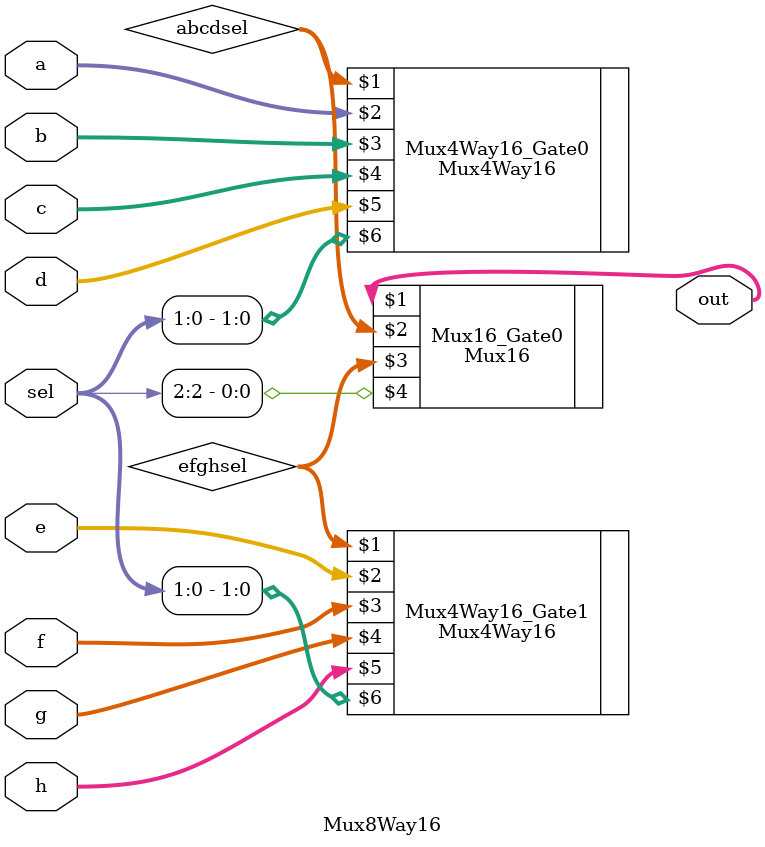
<source format=v>
`include "Mux4Way16.v"

module Mux8Way16(out, a, b, c, d, e, f, g, h, sel);

output [15:0] out;
input [15:0] a, b, c, d, e, f, g, h;
input [2:0] sel;

wire [15:0] abcdsel, efghsel;

Mux4Way16 Mux4Way16_Gate0(abcdsel, a, b, c, d, sel[1:0]);
Mux4Way16 Mux4Way16_Gate1(efghsel, e, f, g, h, sel[1:0]);
Mux16 Mux16_Gate0(out, abcdsel, efghsel, sel[2]);

endmodule
</source>
